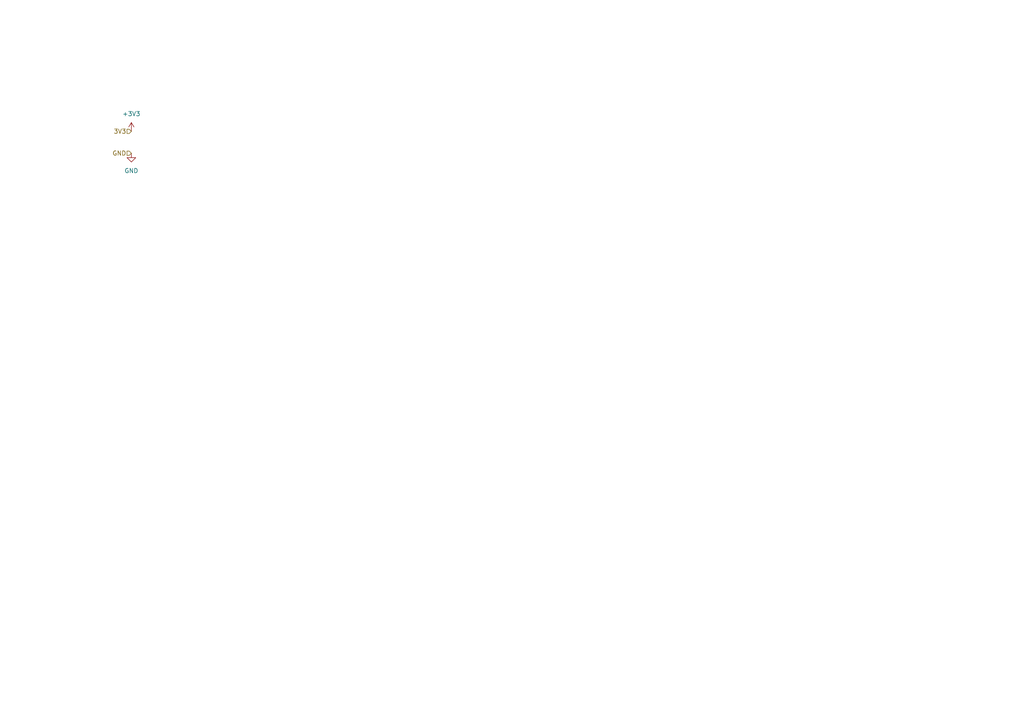
<source format=kicad_sch>
(kicad_sch (version 20250114) (generator "eeschema") (generator_version "9.0")
  (paper "A4")
  (title_block (title "Microcontroller") (rev "A") (company "UCSC Rocket Team") (comment 1 "Julia Barbera"))
  (lib_symbols
    (symbol "power:+3V3" (power) (pin_numbers (hide yes)) (pin_names (offset 0) (hide yes))
      (property "Value" "+3V3" (at 0 3.556 0))
      (symbol "+3V3_0_1"
        (polyline (pts (xy -0.762 1.27) (xy 0 2.54)))
        (polyline (pts (xy 0 2.54) (xy 0.762 1.27)))
        (polyline (pts (xy 0 0) (xy 0 2.54)))
      )
      (symbol "+3V3_1_1"
        (pin power_in line (at 0 0 90) (length 0) (name "~") (number "1"))
      )
    )
    (symbol "power:GND" (power) (pin_numbers (hide yes)) (pin_names (offset 0) (hide yes))
      (property "Value" "GND" (at 0 -3.81 0))
      (symbol "GND_0_1"
        (polyline (pts (xy 0 0) (xy 0 -1.27) (xy 1.27 -1.27) (xy 0 -2.54) (xy -1.27 -1.27) (xy 0 -1.27)))
      )
      (symbol "GND_1_1"
        (pin power_in line (at 0 0 270) (length 0) (name "~") (number "1"))
      )
    )
  )
  (hierarchical_label "GND" (shape input) (at 38.1 44.45 180))
  (hierarchical_label "3V3" (shape input) (at 38.1 38.1 180))
  (symbol (lib_id "power:GND") (at 38.1 44.45 0) (unit 1)
    (property "Reference" "#PWR01" (effects (hide yes)))
    (property "Value" "GND" (at 38.1 49.53 0))
    (property "Description" "Power symbol creates a global label with name \"GND\" , ground" (effects (hide yes)))
  )
  (symbol (lib_id "power:+3V3") (at 38.1 38.1 0) (unit 1)
    (property "Reference" "#PWR02" (effects (hide yes)))
    (property "Value" "+3V3" (at 38.1 33.02 0))
    (property "Description" "Power symbol creates a global label with name \"+3V3\"" (effects (hide yes)))
  )
)
</source>
